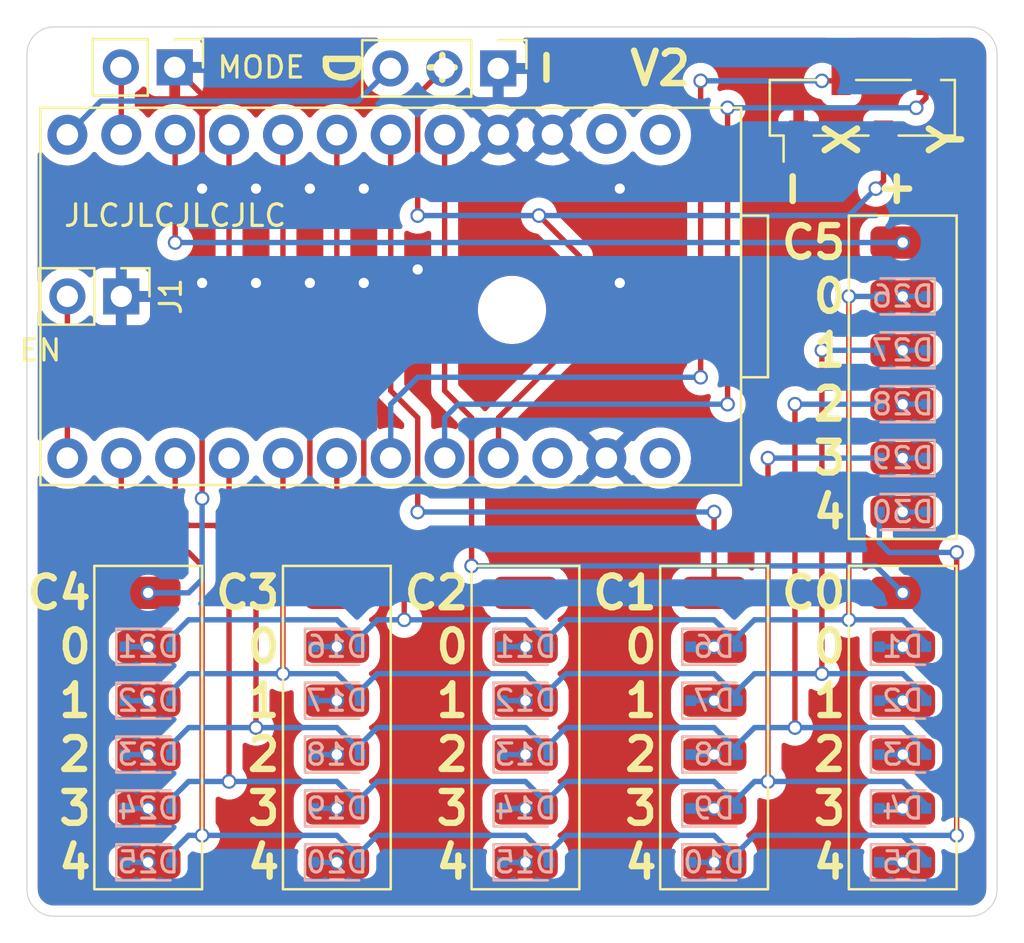
<source format=kicad_pcb>
(kicad_pcb (version 20211014) (generator pcbnew)
  (layers (0 "F.Cu" signal) (31 "B.Cu" signal) (34 "B.Paste" user) (35 "F.Paste" user) (36 "B.SilkS" user "B.Silkscreen") (37 "F.SilkS" user "F.Silkscreen") (38 "B.Mask" user) (39 "F.Mask" user) (44 "Edge.Cuts" user))
  (net 0 "")
  (net 2 "GND")
  (net 4 "VCC")
  (net 5 "/JOYY")
  (net 6 "/JOYX")
  (net 9 "/LED")
  (net 10 "/MODE")
  (net 11 "/EN")
  (net 12 "/ROW4")
  (net 13 "/ROW1")
  (net 14 "/ROW3")
  (net 15 "/ROW2")
  (net 16 "/B20")
  (net 17 "/B19")
  (net 18 "/B18")
  (net 19 "/B17")
  (net 20 "/B16")
  (net 21 "/B15")
  (net 22 "/B14")
  (net 23 "/B13")
  (net 24 "/B12")
  (net 25 "/B11")
  (net 26 "/B10")
  (net 27 "/B9")
  (net 28 "/B8")
  (net 29 "/B7")
  (net 30 "/B6")
  (net 31 "/B1")
  (net 32 "/B2")
  (net 33 "/B3")
  (net 34 "/B4")
  (net 35 "/B5")
  (net 36 "/B25")
  (net 37 "/B24")
  (net 38 "/B23")
  (net 39 "/B22")
  (net 40 "/B21")
  (net 41 "/COL1")
  (net 42 "/COL3")
  (net 43 "/COL2")
  (net 44 "/COL4")
  (net 45 "/COL5")
  (net 46 "/COL0")
  (net 47 "/ROW0")
  (net 48 "/B30")
  (net 49 "/B29")
  (net 50 "/B28")
  (net 51 "/B27")
  (net 52 "/B26")
  (footprint "MountingHole:MountingHole_2.2mm_M2_ISO7380" (layer "F.Cu") (at 25.4 -28.575)
    (fp_text reference "H1")
    (fp_text value "MountingHole")
  )
  (footprint "AndrewLib-Connectors:SMD_PadLine_1x06" (layer "F.Cu") (at 8.255 -8.89 -90)
    (fp_text reference "J9")
    (fp_text value "Conn_01x06")
  )
  (footprint "AndrewLib-Connectors:SMD_PadLine_1x06" (layer "F.Cu") (at 26.035 -8.89 -90)
    (fp_text reference "J7")
    (fp_text value "Conn_01x06")
  )
  (footprint "AndrewLib-Connectors:SMD_PadLine_1x06" (layer "F.Cu") (at 43.815 -8.89 -90)
    (fp_text reference "J5")
    (fp_text value "Conn_01x06")
  )
  (footprint "AndrewLib-Connectors:SMD_PadLine_1x06" (layer "F.Cu") (at 34.925 -8.89 -90)
    (fp_text reference "J6")
    (fp_text value "Conn_01x06")
  )
  (footprint "Connector_PinHeader_2.54mm:PinHeader_1x02_P2.54mm_Vertical" (layer "F.Cu") (at 9.505 -40.005 -90)
    (fp_text reference "J4")
    (fp_text value "Conn_01x02")
  )
  (footprint "Connector_PinHeader_2.54mm:PinHeader_1x02_P2.54mm_Vertical" (layer "F.Cu") (at 6.985 -29.21 -90)
    (fp_text reference "J1")
    (fp_text value "Conn_01x02")
  )
  (footprint "Connector_PinHeader_2.54mm:PinHeader_1x03_P2.54mm_Vertical" (layer "F.Cu") (at 24.75 -39.955 -90)
    (fp_text reference "J3")
    (fp_text value "Conn_01x03")
  )
  (footprint "Connector_PinSocket_2.00mm:PinSocket_1x04_P2.00mm_Vertical_SMD_Pin1Left" (layer "F.Cu") (at 41.91 -38.1 90)
    (fp_text reference "J2")
    (fp_text value "Conn_01x04")
  )
  (footprint "AndrewLib-Modules:Pro-Micro" (layer "F.Cu") (at 19.685 -29.21 -90)
    (fp_text reference "B1")
    (fp_text value "Pro-Micro")
  )
  (footprint "AndrewLib-Connectors:SMD_PadLine_1x06" (layer "F.Cu") (at 17.145 -8.89 -90)
    (fp_text reference "J8")
    (fp_text value "Conn_01x06")
  )
  (footprint "AndrewLib-Connectors:SMD_PadLine_1x06" (layer "F.Cu") (at 43.815 -25.4 -90)
    (fp_text reference "J10")
    (fp_text value "Conn_01x06")
  )
  (footprint "Diode_SMD:D_SOD-323F" (layer "B.Cu") (at 34.925 -12.7)
    (fp_text reference "D6")
    (fp_text value "1N4148")
  )
  (footprint "Diode_SMD:D_SOD-323F" (layer "B.Cu") (at 34.925 -10.16)
    (fp_text reference "D7")
    (fp_text value "1N4148")
  )
  (footprint "Diode_SMD:D_SOD-323F" (layer "B.Cu") (at 34.925 -7.62)
    (fp_text reference "D8")
    (fp_text value "1N4148")
  )
  (footprint "Diode_SMD:D_SOD-323F" (layer "B.Cu") (at 34.925 -5.08)
    (fp_text reference "D9")
    (fp_text value "1N4148")
  )
  (footprint "Diode_SMD:D_SOD-323F" (layer "B.Cu") (at 34.925 -2.54)
    (fp_text reference "D10")
    (fp_text value "1N4148")
  )
  (footprint "Diode_SMD:D_SOD-323F" (layer "B.Cu") (at 26.035 -12.7)
    (fp_text reference "D11")
    (fp_text value "1N4148")
  )
  (footprint "Diode_SMD:D_SOD-323F" (layer "B.Cu") (at 26.035 -10.16)
    (fp_text reference "D12")
    (fp_text value "1N4148")
  )
  (footprint "Diode_SMD:D_SOD-323F" (layer "B.Cu") (at 26.035 -7.62)
    (fp_text reference "D13")
    (fp_text value "1N4148")
  )
  (footprint "Diode_SMD:D_SOD-323F" (layer "B.Cu") (at 26.035 -5.08)
    (fp_text reference "D14")
    (fp_text value "1N4148")
  )
  (footprint "Diode_SMD:D_SOD-323F" (layer "B.Cu") (at 26.035 -2.54)
    (fp_text reference "D15")
    (fp_text value "1N4148")
  )
  (footprint "Diode_SMD:D_SOD-323F" (layer "B.Cu") (at 17.145 -12.7)
    (fp_text reference "D16")
    (fp_text value "1N4148")
  )
  (footprint "Diode_SMD:D_SOD-323F" (layer "B.Cu") (at 17.145 -10.16)
    (fp_text reference "D17")
    (fp_text value "1N4148")
  )
  (footprint "Diode_SMD:D_SOD-323F" (layer "B.Cu") (at 17.145 -7.62)
    (fp_text reference "D18")
    (fp_text value "1N4148")
  )
  (footprint "Diode_SMD:D_SOD-323F" (layer "B.Cu") (at 17.145 -5.08)
    (fp_text reference "D19")
    (fp_text value "1N4148")
  )
  (footprint "Diode_SMD:D_SOD-323F" (layer "B.Cu") (at 17.145 -2.54)
    (fp_text reference "D20")
    (fp_text value "1N4148")
  )
  (footprint "Diode_SMD:D_SOD-323F" (layer "B.Cu") (at 8.255 -12.7)
    (fp_text reference "D21")
    (fp_text value "1N4148")
  )
  (footprint "Diode_SMD:D_SOD-323F" (layer "B.Cu") (at 8.255 -7.62)
    (fp_text reference "D23")
    (fp_text value "1N4148")
  )
  (footprint "Diode_SMD:D_SOD-323F" (layer "B.Cu") (at 8.255 -5.08)
    (fp_text reference "D24")
    (fp_text value "1N4148")
  )
  (footprint "Diode_SMD:D_SOD-323F" (layer "B.Cu") (at 8.255 -2.54)
    (fp_text reference "D25")
    (fp_text value "1N4148")
  )
  (footprint "Diode_SMD:D_SOD-323F" (layer "B.Cu") (at 8.255 -10.16)
    (fp_text reference "D22")
    (fp_text value "1N4148")
  )
  (footprint "Diode_SMD:D_SOD-323F" (layer "B.Cu") (at 43.815 -29.21 180)
    (fp_text reference "D26")
    (fp_text value "1N4148")
  )
  (footprint "Diode_SMD:D_SOD-323F" (layer "B.Cu") (at 43.815 -26.67 180)
    (fp_text reference "D27")
    (fp_text value "1N4148")
  )
  (footprint "Diode_SMD:D_SOD-323F" (layer "B.Cu") (at 43.815 -24.13 180)
    (fp_text reference "D28")
    (fp_text value "1N4148")
  )
  (footprint "Diode_SMD:D_SOD-323F" (layer "B.Cu") (at 43.815 -21.59 180)
    (fp_text reference "D29")
    (fp_text value "1N4148")
  )
  (footprint "Diode_SMD:D_SOD-323F" (layer "B.Cu") (at 43.815 -19.05 180)
    (fp_text reference "D30")
    (fp_text value "1N4148")
  )
  (footprint "Diode_SMD:D_SOD-323F" (layer "B.Cu") (at 43.815 -2.54)
    (fp_text reference "D5")
    (fp_text value "1N4148")
  )
  (footprint "Diode_SMD:D_SOD-323F" (layer "B.Cu") (at 43.815 -10.16)
    (fp_text reference "D2")
    (fp_text value "1N4148")
  )
  (footprint "Diode_SMD:D_SOD-323F" (layer "B.Cu") (at 43.815 -5.08)
    (fp_text reference "D4")
    (fp_text value "1N4148")
  )
  (footprint "Diode_SMD:D_SOD-323F" (layer "B.Cu") (at 43.815 -7.62)
    (fp_text reference "D3")
    (fp_text value "1N4148")
  )
  (footprint "Diode_SMD:D_SOD-323F" (layer "B.Cu") (at 43.815 -12.7)
    (fp_text reference "D1")
    (fp_text value "1N4148")
  )
  (gr_line (start 2.54 -1.27) (end 2.54 -40.64) (layer "Edge.Cuts") (width 0.0508))
  (gr_arc (start 3.81 0) (mid 2.911974 -0.371974) (end 2.54 -1.27) (layer "Edge.Cuts") (width 0.0508))
  (gr_line (start 3.81 -41.91) (end 46.99 -41.91) (layer "Edge.Cuts") (width 0.0508))
  (gr_arc (start 2.54 -40.64) (mid 2.911974 -41.538026) (end 3.81 -41.91) (layer "Edge.Cuts") (width 0.0508))
  (gr_arc (start 46.99 -41.91) (mid 47.888026 -41.538026) (end 48.26 -40.64) (layer "Edge.Cuts") (width 0.0508))
  (gr_line (start 46.99 0) (end 3.81 0) (layer "Edge.Cuts") (width 0.0508))
  (gr_arc (start 48.26 -1.27) (mid 47.888026 -0.371974) (end 46.99 0) (layer "Edge.Cuts") (width 0.0508))
  (gr_line (start 48.26 -40.64) (end 48.26 -1.27) (layer "Edge.Cuts") (width 0.0508))
  (gr_text "EN" (at 3.175 -26.67) (layer "F.SilkS") (effects (font (size 1 1))))
  (gr_text "0" (at 41.275 -12.7) (layer "F.SilkS") (effects (font (size 1.5 1.5) (thickness 0.3)) (justify right)))
  (gr_text "0" (at 14.605 -12.7) (layer "F.SilkS") (effects (font (size 1.5 1.5) (thickness 0.3)) (justify right)))
  (gr_text "2" (at 14.605 -7.62) (layer "F.SilkS") (effects (font (size 1.5 1.5) (thickness 0.3)) (justify right)))
  (gr_text "C1" (at 32.385 -15.24) (layer "F.SilkS") (effects (font (size 1.5 1.5) (thickness 0.3)) (justify right)))
  (gr_text "-\n\n+\n\nD" (at 22.225 -40.005 270) (layer "F.SilkS") (effects (font (size 1.524 1.524) (thickness 0.3048))))
  (gr_text "2" (at 41.275 -7.62) (layer "F.SilkS") (effects (font (size 1.5 1.5) (thickness 0.3)) (justify right)))
  (gr_text "4" (at 23.495 -2.54) (layer "F.SilkS") (effects (font (size 1.5 1.5) (thickness 0.3)) (justify right)))
  (gr_text "C5" (at 41.275 -31.75) (layer "F.SilkS") (effects (font (size 1.5 1.5) (thickness 0.3)) (justify right)))
  (gr_text "1" (at 32.385 -10.16) (layer "F.SilkS") (effects (font (size 1.5 1.5) (thickness 0.3)) (justify right)))
  (gr_text "3" (at 32.385 -5.08) (layer "F.SilkS") (effects (font (size 1.5 1.5) (thickness 0.3)) (justify right)))
  (gr_text "2" (at 32.385 -7.62) (layer "F.SilkS") (effects (font (size 1.5 1.5) (thickness 0.3)) (justify right)))
  (gr_text "1" (at 14.605 -10.16) (layer "F.SilkS") (effects (font (size 1.5 1.5) (thickness 0.3)) (justify right)))
  (gr_text "1" (at 41.275 -10.16) (layer "F.SilkS") (effects (font (size 1.5 1.5) (thickness 0.3)) (justify right)))
  (gr_text "C2" (at 23.495 -15.24) (layer "F.SilkS") (effects (font (size 1.5 1.5) (thickness 0.3)) (justify right)))
  (gr_text "2" (at 23.495 -7.62) (layer "F.SilkS") (effects (font (size 1.5 1.5) (thickness 0.3)) (justify right)))
  (gr_text "3" (at 23.495 -5.08) (layer "F.SilkS") (effects (font (size 1.5 1.5) (thickness 0.3)) (justify right)))
  (gr_text "2" (at 5.715 -7.62) (layer "F.SilkS") (effects (font (size 1.5 1.5) (thickness 0.3)) (justify right)))
  (gr_text "C0" (at 41.275 -15.24) (layer "F.SilkS") (effects (font (size 1.5 1.5) (thickness 0.3)) (justify right)))
  (gr_text "3" (at 5.715 -5.08) (layer "F.SilkS") (effects (font (size 1.5 1.5) (thickness 0.3)) (justify right)))
  (gr_text "V2" (at 32.385 -39.955) (layer "F.SilkS") (effects (font (size 1.524 1.524) (thickness 0.3048))))
  (gr_text "4" (at 5.715 -2.54) (layer "F.SilkS") (effects (font (size 1.5 1.5) (thickness 0.3)) (justify right)))
  (gr_text "3" (at 41.275 -5.08) (layer "F.SilkS") (effects (font (size 1.5 1.5) (thickness 0.3)) (justify right)))
  (gr_text "0" (at 32.385 -12.7) (layer "F.SilkS") (effects (font (size 1.5 1.5) (thickness 0.3)) (justify right)))
  (gr_text "0" (at 5.715 -12.7) (layer "F.SilkS") (effects (font (size 1.5 1.5) (thickness 0.3)) (justify right)))
  (gr_text "1" (at 5.715 -10.16) (layer "F.SilkS") (effects (font (size 1.5 1.5) (thickness 0.3)) (justify right)))
  (gr_text "2" (at 41.275 -24.13) (layer "F.SilkS") (effects (font (size 1.5 1.5) (thickness 0.3)) (justify right)))
  (gr_text "MODE" (at 11.43 -40.005) (layer "F.SilkS") (effects (font (size 1 1)) (justify left)))
  (gr_text "4" (at 41.275 -19.05) (layer "F.SilkS") (effects (font (size 1.5 1.5) (thickness 0.3)) (justify right)))
  (gr_text "1" (at 23.495 -10.16) (layer "F.SilkS") (effects (font (size 1.5 1.5) (thickness 0.3)) (justify right)))
  (gr_text "-\n    X\n+\n    Y" (at 42.199992 -34.29 90) (layer "F.SilkS") (effects (font (size 1.524 1.524) (thickness 0.3048))))
  (gr_text "C4" (at 5.715 -15.24) (layer "F.SilkS") (effects (font (size 1.5 1.5) (thickness 0.3)) (justify right)))
  (gr_text "C3" (at 14.605 -15.24) (layer "F.SilkS") (effects (font (size 1.5 1.5) (thickness 0.3)) (justify right)))
  (gr_text "JLCJLCJLCJLC" (at 9.525 -33.02) (layer "F.SilkS") (effects (font (size 1.016 1.016) (thickness 0.1524))))
  (gr_text "0" (at 41.275 -29.21) (layer "F.SilkS") (effects (font (size 1.5 1.5) (thickness 0.3)) (justify right)))
  (gr_text "3" (at 14.605 -5.08) (layer "F.SilkS") (effects (font (size 1.5 1.5) (thickness 0.3)) (justify right)))
  (gr_text "4" (at 14.605 -2.54) (layer "F.SilkS") (effects (font (size 1.5 1.5) (thickness 0.3)) (justify right)))
  (gr_text "3" (at 41.275 -21.59) (layer "F.SilkS") (effects (font (size 1.5 1.5) (thickness 0.3)) (justify right)))
  (gr_text "1" (at 41.275 -26.67) (layer "F.SilkS") (effects (font (size 1.5 1.5) (thickness 0.3)) (justify right)))
  (gr_text "0" (at 23.495 -12.7) (layer "F.SilkS") (effects (font (size 1.5 1.5) (thickness 0.3)) (justify right)))
  (gr_text "4" (at 41.275 -2.54) (layer "F.SilkS") (effects (font (size 1.5 1.5) (thickness 0.3)) (justify right)))
  (gr_text "4" (at 32.385 -2.54) (layer "F.SilkS") (effects (font (size 1.5 1.5) (thickness 0.3)) (justify right)))
  (segment (start 10.795 -38.715) (end 10.795 -34.29) (width 0.254) (layer "F.Cu") (net 2))
  (segment (start 9.505 -40.005) (end 10.795 -38.715) (width 0.254) (layer "F.Cu") (net 2))
  (via (at 20.955 -30.48) (size 0.6858) (drill 0.4826) (layers "F.Cu" "B.Cu") (net 2))
  (via (at 15.875 -34.29) (size 0.6858) (drill 0.4826) (layers "F.Cu" "B.Cu") (net 2))
  (via (at 10.795 -29.845) (size 0.6858) (drill 0.4826) (layers "F.Cu" "B.Cu") (net 2))
  (via (at 15.875 -29.845) (size 0.6858) (drill 0.4826) (layers "F.Cu" "B.Cu") (net 2))
  (via (at 18.415 -34.29) (size 0.6858) (drill 0.4826) (layers "F.Cu" "B.Cu") (net 2))
  (via (at 30.48 -34.29) (size 0.6858) (drill 0.4826) (layers "F.Cu" "B.Cu") (net 2))
  (via (at 10.795 -34.29) (size 0.6858) (drill 0.4826) (layers "F.Cu" "B.Cu") (net 2))
  (via (at 18.415 -29.845) (size 0.6858) (drill 0.4826) (layers "F.Cu" "B.Cu") (net 2))
  (via (at 13.335 -34.29) (size 0.6858) (drill 0.4826) (layers "F.Cu" "B.Cu") (net 2))
  (via (at 30.48 -29.845) (size 0.6858) (drill 0.4826) (layers "F.Cu" "B.Cu") (net 2))
  (via (at 13.335 -29.845) (size 0.6858) (drill 0.4826) (layers "F.Cu" "B.Cu") (net 2))
  (segment (start 20.955 -33.02) (end 20.955 -38.7) (width 0.254) (layer "F.Cu") (net 4))
  (segment (start 28.575 -31.115) (end 28.575 -27.305) (width 0.254) (layer "F.Cu") (net 4))
  (segment (start 24.765 -23.495) (end 24.765 -21.59) (width 0.254) (layer "F.Cu") (net 4))
  (segment (start 28.575 -27.305) (end 24.765 -23.495) (width 0.254) (layer "F.Cu") (net 4))
  (segment (start 42.91 -36.5) (end 42.91 -34.655) (width 0.254) (layer "F.Cu") (net 4))
  (segment (start 26.67 -33.02) (end 28.575 -31.115) (width 0.254) (layer "F.Cu") (net 4))
  (segment (start 20.955 -38.7) (end 22.21 -39.955) (width 0.254) (layer "F.Cu") (net 4))
  (segment (start 42.91 -34.655) (end 42.545 -34.29) (width 0.254) (layer "F.Cu") (net 4))
  (via (at 20.955 -33.02) (size 0.6858) (drill 0.4826) (layers "F.Cu" "B.Cu") (net 4))
  (via (at 26.67 -33.02) (size 0.6858) (drill 0.4826) (layers "F.Cu" "B.Cu") (net 4))
  (via (at 42.545 -34.29) (size 0.6858) (drill 0.4826) (layers "F.Cu" "B.Cu") (net 4))
  (segment (start 41.275 -33.02) (end 42.545 -34.29) (width 0.254) (layer "B.Cu") (net 4))
  (segment (start 26.67 -33.02) (end 20.955 -33.02) (width 0.254) (layer "B.Cu") (net 4))
  (segment (start 26.67 -33.02) (end 42.545 -33.02) (width 0.254) (layer "B.Cu") (net 4))
  (segment (start 44.91 -38.56) (end 44.45 -38.1) (width 0.254) (layer "F.Cu") (net 5))
  (segment (start 44.91 -39.7) (end 44.91 -38.56) (width 0.254) (layer "F.Cu") (net 5))
  (segment (start 35.56 -24.13) (end 35.56 -38.1) (width 0.254) (layer "F.Cu") (net 5))
  (via (at 35.56 -24.13) (size 0.6858) (drill 0.4826) (layers "F.Cu" "B.Cu") (net 5))
  (via (at 35.56 -38.1) (size 0.6858) (drill 0.4826) (layers "F.Cu" "B.Cu") (net 5))
  (via (at 44.45 -38.1) (size 0.6858) (drill 0.4826) (layers "F.Cu" "B.Cu") (net 5))
  (segment (start 22.86 -24.13) (end 35.56 -24.13) (width 0.254) (layer "B.Cu") (net 5))
  (segment (start 22.225 -21.59) (end 22.225 -23.495) (width 0.254) (layer "B.Cu") (net 5))
  (segment (start 35.56 -38.1) (end 44.45 -38.1) (width 0.254) (layer "B.Cu") (net 5))
  (segment (start 22.225 -23.495) (end 22.86 -24.13) (width 0.254) (layer "B.Cu") (net 5))
  (segment (start 40.58 -39.37) (end 40.91 -39.7) (width 0.254) (layer "F.Cu") (net 6))
  (segment (start 40.005 -39.37) (end 40.58 -39.37) (width 0.254) (layer "F.Cu") (net 6))
  (segment (start 34.29 -25.4) (end 34.29 -39.37) (width 0.254) (layer "F.Cu") (net 6))
  (via (at 34.29 -39.37) (size 0.6858) (drill 0.4826) (layers "F.Cu" "B.Cu") (net 6))
  (via (at 40.005 -39.37) (size 0.6858) (drill 0.4826) (layers "F.Cu" "B.Cu") (net 6))
  (via (at 34.29 -25.4) (size 0.6858) (drill 0.4826) (layers "F.Cu" "B.Cu") (net 6))
  (segment (start 19.685 -24.13) (end 20.955 -25.4) (width 0.254) (layer "B.Cu") (net 6))
  (segment (start 20.955 -25.4) (end 34.29 -25.4) (width 0.254) (layer "B.Cu") (net 6))
  (segment (start 19.685 -21.59) (end 19.685 -24.13) (width 0.254) (layer "B.Cu") (net 6))
  (segment (start 34.29 -39.37) (end 40.005 -39.37) (width 0.254) (layer "B.Cu") (net 6))
  (segment (start 4.445 -36.83) (end 6.0325 -38.4175) (width 0.254) (layer "B.Cu") (net 9))
  (segment (start 6.0325 -38.4175) (end 18.1325 -38.4175) (width 0.254) (layer "B.Cu") (net 9))
  (segment (start 18.1325 -38.4175) (end 19.67 -39.955) (width 0.254) (layer "B.Cu") (net 9))
  (segment (start 6.985 -36.83) (end 6.985 -39.985) (width 0.254) (layer "F.Cu") (net 10))
  (segment (start 6.985 -39.985) (end 6.965 -40.005) (width 0.254) (layer "F.Cu") (net 10))
  (segment (start 4.445 -29.21) (end 4.445 -21.59) (width 0.254) (layer "F.Cu") (net 11))
  (segment (start 10.16 -17.145) (end 7.62 -17.145) (width 0.254) (layer "F.Cu") (net 12))
  (segment (start 10.795 -16.51) (end 10.16 -17.145) (width 0.254) (layer "F.Cu") (net 12))
  (segment (start 6.985 -17.78) (end 6.985 -21.59) (width 0.254) (layer "F.Cu") (net 12))
  (segment (start 46.355 -3.81) (end 46.355 -17.145) (width 0.254) (layer "F.Cu") (net 12))
  (segment (start 7.62 -17.145) (end 6.985 -17.78) (width 0.254) (layer "F.Cu") (net 12))
  (segment (start 10.795 -3.81) (end 10.795 -16.51) (width 0.254) (layer "F.Cu") (net 12))
  (via (at 46.355 -17.145) (size 0.6858) (drill 0.4826) (layers "F.Cu" "B.Cu") (net 12))
  (via (at 10.795 -3.81) (size 0.6858) (drill 0.4826) (layers "F.Cu" "B.Cu") (net 12))
  (via (at 46.355 -3.81) (size 0.6858) (drill 0.4826) (layers "F.Cu" "B.Cu") (net 12))
  (segment (start 43.815 -3.81) (end 46.355 -3.81) (width 0.254) (layer "B.Cu") (net 12))
  (segment (start 36.025 -2.54) (end 36.025 -3.005) (width 0.254) (layer "B.Cu") (net 12))
  (segment (start 34.925 -3.81) (end 27.94 -3.81) (width 0.254) (layer "B.Cu") (net 12))
  (segment (start 42.715 -17.61) (end 42.715 -19.05) (width 0.254) (layer "B.Cu") (net 12))
  (segment (start 26.035 -3.81) (end 19.05 -3.81) (width 0.254) (layer "B.Cu") (net 12))
  (segment (start 27.135 -2.54) (end 27.135 -2.71) (width 0.254) (layer "B.Cu") (net 12))
  (segment (start 27.135 -2.71) (end 26.035 -3.81) (width 0.254) (layer "B.Cu") (net 12))
  (segment (start 46.355 -17.145) (end 43.18 -17.145) (width 0.254) (layer "B.Cu") (net 12))
  (segment (start 18.245 -2.54) (end 18.245 -2.71) (width 0.254) (layer "B.Cu") (net 12))
  (segment (start 18.245 -2.71) (end 17.145 -3.81) (width 0.254) (layer "B.Cu") (net 12))
  (segment (start 38.735 -3.81) (end 36.83 -3.81) (width 0.254) (layer "B.Cu") (net 12))
  (segment (start 43.815 -3.81) (end 38.735 -3.81) (width 0.254) (layer "B.Cu") (net 12))
  (segment (start 43.18 -17.145) (end 42.715 -17.61) (width 0.254) (layer "B.Cu") (net 12))
  (segment (start 9.355 -3.005) (end 10.16 -3.81) (width 0.254) (layer "B.Cu") (net 12))
  (segment (start 18.245 -2.54) (end 18.245 -3.005) (width 0.254) (layer "B.Cu") (net 12))
  (segment (start 36.025 -3.005) (end 36.83 -3.81) (width 0.254) (layer "B.Cu") (net 12))
  (segment (start 10.795 -3.81) (end 10.16 -3.81) (width 0.254) (layer "B.Cu") (net 12))
  (segment (start 44.915 -2.54) (end 44.915 -2.71) (width 0.254) (layer "B.Cu") (net 12))
  (segment (start 17.145 -3.81) (end 10.795 -3.81) (width 0.254) (layer "B.Cu") (net 12))
  (segment (start 44.915 -2.71) (end 43.815 -3.81) (width 0.254) (layer "B.Cu") (net 12))
  (segment (start 18.245 -3.005) (end 19.05 -3.81) (width 0.254) (layer "B.Cu") (net 12))
  (segment (start 36.025 -2.71) (end 34.925 -3.81) (width 0.254) (layer "B.Cu") (net 12))
  (segment (start 9.355 -2.54) (end 9.355 -3.005) (width 0.254) (layer "B.Cu") (net 12))
  (segment (start 27.135 -2.54) (end 27.135 -3.005) (width 0.254) (layer "B.Cu") (net 12))
  (segment (start 36.025 -2.54) (end 36.025 -2.71) (width 0.254) (layer "B.Cu") (net 12))
  (segment (start 27.135 -3.005) (end 27.94 -3.81) (width 0.254) (layer "B.Cu") (net 12))
  (segment (start 40.005 -11.43) (end 40.005 -26.67) (width 0.254) (layer "F.Cu") (net 13))
  (segment (start 14.605 -11.43) (end 14.605 -21.59) (width 0.254) (layer "F.Cu") (net 13))
  (via (at 40.005 -26.67) (size 0.6858) (drill 0.4826) (layers "F.Cu" "B.Cu") (net 13))
  (via (at 40.005 -11.43) (size 0.6858) (drill 0.4826) (layers "F.Cu" "B.Cu") (net 13))
  (via (at 14.605 -11.43) (size 0.6858) (drill 0.4826) (layers "F.Cu" "B.Cu") (net 13))
  (segment (start 27.135 -10.16) (end 27.135 -10.33) (width 0.254) (layer "B.Cu") (net 13))
  (segment (start 40.005 -11.43) (end 36.83 -11.43) (width 0.254) (layer "B.Cu") (net 13))
  (segment (start 36.83 -11.43) (end 36.025 -10.625) (width 0.254) (layer "B.Cu") (net 13))
  (segment (start 17.145 -11.43) (end 14.605 -11.43) (width 0.254) (layer "B.Cu") (net 13))
  (segment (start 36.025 -10.33) (end 34.925 -11.43) (width 0.254) (layer "B.Cu") (net 13))
  (segment (start 9.355 -10.16) (end 9.355 -10.625) (width 0.254) (layer "B.Cu") (net 13))
  (segment (start 43.815 -11.43) (end 44.915 -10.33) (width 0.254) (layer "B.Cu") (net 13))
  (segment (start 18.245 -10.625) (end 19.05 -11.43) (width 0.254) (layer "B.Cu") (net 13))
  (segment (start 27.135 -10.16) (end 27.135 -10.625) (width 0.254) (layer "B.Cu") (net 13))
  (segment (start 36.025 -10.16) (end 36.025 -10.33) (width 0.254) (layer "B.Cu") (net 13))
  (segment (start 27.135 -10.33) (end 26.035 -11.43) (width 0.254) (layer "B.Cu") (net 13))
  (segment (start 18.245 -10.16) (end 18.245 -10.33) (width 0.254) (layer "B.Cu") (net 13))
  (segment (start 40.005 -11.43) (end 43.815 -11.43) (width 0.254) (layer "B.Cu") (net 13))
  (segment (start 14.605 -11.43) (end 10.16 -11.43) (width 0.254) (layer "B.Cu") (net 13))
  (segment (start 36.025 -10.625) (end 36.025 -10.16) (width 0.254) (layer "B.Cu") (net 13))
  (segment (start 34.925 -11.43) (end 27.94 -11.43) (width 0.254) (layer "B.Cu") (net 13))
  (segment (start 40.005 -26.67) (end 42.715 -26.67) (width 0.254) (layer "B.Cu") (net 13))
  (segment (start 9.355 -10.625) (end 10.16 -11.43) (width 0.254) (layer "B.Cu") (net 13))
  (segment (start 27.135 -10.625) (end 27.94 -11.43) (width 0.254) (layer "B.Cu") (net 13))
  (segment (start 18.245 -10.33) (end 17.145 -11.43) (width 0.254) (layer "B.Cu") (net 13))
  (segment (start 18.245 -10.16) (end 18.245 -10.625) (width 0.254) (layer "B.Cu") (net 13))
  (segment (start 44.915 -10.33) (end 44.915 -10.16) (width 0.254) (layer "B.Cu") (net 13))
  (segment (start 26.035 -11.43) (end 19.05 -11.43) (width 0.254) (layer "B.Cu") (net 13))
  (segment (start 37.465 -6.35) (end 37.465 -21.59) (width 0.254) (layer "F.Cu") (net 14))
  (segment (start 12.065 -17.78) (end 11.43 -18.415) (width 0.254) (layer "F.Cu") (net 14))
  (segment (start 10.16 -18.415) (end 9.525 -19.05) (width 0.254) (layer "F.Cu") (net 14))
  (segment (start 9.525 -19.05) (end 9.525 -21.59) (width 0.254) (layer "F.Cu") (net 14))
  (segment (start 12.065 -6.35) (end 12.065 -17.78) (width 0.254) (layer "F.Cu") (net 14))
  (segment (start 11.43 -18.415) (end 10.16 -18.415) (width 0.254) (layer "F.Cu") (net 14))
  (via (at 12.065 -6.35) (size 0.6858) (drill 0.4826) (layers "F.Cu" "B.Cu") (net 14))
  (via (at 37.465 -21.59) (size 0.6858) (drill 0.4826) (layers "F.Cu" "B.Cu") (net 14))
  (via (at 37.465 -6.35) (size 0.6858) (drill 0.4826) (layers "F.Cu" "B.Cu") (net 14))
  (segment (start 43.815 -6.35) (end 44.915 -5.25) (width 0.254) (layer "B.Cu") (net 14))
  (segment (start 37.465 -6.35) (end 36.83 -6.35) (width 0.254) (layer "B.Cu") (net 14))
  (segment (start 12.065 -6.35) (end 10.16 -6.35) (width 0.254) (layer "B.Cu") (net 14))
  (segment (start 36.025 -5.545) (end 36.025 -5.08) (width 0.254) (layer "B.Cu") (net 14))
  (segment (start 37.465 -6.35) (end 43.815 -6.35) (width 0.254) (layer "B.Cu") (net 14))
  (segment (start 9.355 -5.08) (end 9.355 -5.545) (width 0.254) (layer "B.Cu") (net 14))
  (segment (start 17.145 -6.35) (end 12.065 -6.35) (width 0.254) (layer "B.Cu") (net 14))
  (segment (start 36.025 -5.25) (end 34.925 -6.35) (width 0.254) (layer "B.Cu") (net 14))
  (segment (start 37.465 -21.59) (end 42.715 -21.59) (width 0.254) (layer "B.Cu") (net 14))
  (segment (start 18.245 -5.25) (end 17.145 -6.35) (width 0.254) (layer "B.Cu") (net 14))
  (segment (start 34.925 -6.35) (end 27.94 -6.35) (width 0.254) (layer "B.Cu") (net 14))
  (segment (start 26.035 -6.35) (end 19.05 -6.35) (width 0.254) (layer "B.Cu") (net 14))
  (segment (start 18.245 -5.08) (end 18.245 -5.25) (width 0.254) (layer "B.Cu") (net 14))
  (segment (start 18.245 -5.08) (end 18.245 -5.545) (width 0.254) (layer "B.Cu") (net 14))
  (segment (start 27.135 -5.08) (end 27.135 -5.25) (width 0.254) (layer "B.Cu") (net 14))
  (segment (start 9.355 -5.545) (end 10.16 -6.35) (width 0.254) (layer "B.Cu") (net 14))
  (segment (start 27.135 -5.545) (end 27.94 -6.35) (width 0.254) (layer "B.Cu") (net 14))
  (segment (start 36.025 -5.08) (end 36.025 -5.25) (width 0.254) (layer "B.Cu") (net 14))
  (segment (start 18.245 -5.545) (end 19.05 -6.35) (width 0.254) (layer "B.Cu") (net 14))
  (segment (start 36.83 -6.35) (end 36.025 -5.545) (width 0.254) (layer "B.Cu") (net 14))
  (segment (start 27.135 -5.08) (end 27.135 -5.545) (width 0.254) (layer "B.Cu") (net 14))
  (segment (start 27.135 -5.25) (end 26.035 -6.35) (width 0.254) (layer "B.Cu") (net 14))
  (segment (start 44.915 -5.25) (end 44.915 -5.08) (width 0.254) (layer "B.Cu") (net 14))
  (segment (start 38.735 -8.89) (end 38.735 -24.13) (width 0.254) (layer "F.Cu") (net 15))
  (segment (start 13.335 -18.415) (end 12.065 -19.685) (width 0.254) (layer "F.Cu") (net 15))
  (segment (start 12.065 -19.685) (end 12.065 -21.59) (width 0.254) (layer "F.Cu") (net 15))
  (segment (start 13.335 -8.89) (end 13.335 -18.415) (width 0.254) (layer "F.Cu") (net 15))
  (via (at 13.335 -8.89) (size 0.6858) (drill 0.4826) (layers "F.Cu" "B.Cu") (net 15))
  (via (at 38.735 -24.13) (size 0.6858) (drill 0.4826) (layers "F.Cu" "B.Cu") (net 15))
  (via (at 38.735 -8.89) (size 0.6858) (drill 0.4826) (layers "F.Cu" "B.Cu") (net 15))
  (segment (start 27.135 -7.79) (end 26.035 -8.89) (width 0.254) (layer "B.Cu") (net 15))
  (segment (start 18.245 -7.79) (end 17.145 -8.89) (width 0.254) (layer "B.Cu") (net 15))
  (segment (start 38.735 -8.89) (end 43.815 -8.89) (width 0.254) (layer "B.Cu") (net 15))
  (segment (start 27.135 -7.62) (end 27.135 -7.79) (width 0.254) (layer "B.Cu") (net 15))
  (segment (start 36.83 -8.89) (end 36.025 -8.085) (width 0.254) (layer "B.Cu") (net 15))
  (segment (start 27.135 -8.085) (end 27.94 -8.89) (width 0.254) (layer "B.Cu") (net 15))
  (segment (start 38.735 -8.89) (end 36.83 -8.89) (width 0.254) (layer "B.Cu") (net 15))
  (segment (start 26.035 -8.89) (end 19.05 -8.89) (width 0.254) (layer "B.Cu") (net 15))
  (segment (start 36.025 -7.62) (end 36.025 -7.79) (width 0.254) (layer "B.Cu") (net 15))
  (segment (start 43.815 -8.89) (end 44.915 -7.79) (width 0.254) (layer "B.Cu") (net 15))
  (segment (start 18.245 -7.62) (end 18.245 -8.085) (width 0.254) (layer "B.Cu") (net 15))
  (segment (start 27.135 -7.62) (end 27.135 -8.085) (width 0.254) (layer "B.Cu") (net 15))
  (segment (start 34.925 -8.89) (end 27.94 -8.89) (width 0.254) (layer "B.Cu") (net 15))
  (segment (start 36.025 -7.79) (end 34.925 -8.89) (width 0.254) (layer "B.Cu") (net 15))
  (segment (start 18.245 -7.62) (end 18.245 -7.79) (width 0.254) (layer "B.Cu") (net 15))
  (segment (start 18.245 -8.085) (end 19.05 -8.89) (width 0.254) (layer "B.Cu") (net 15))
  (segment (start 38.735 -24.13) (end 42.715 -24.13) (width 0.254) (layer "B.Cu") (net 15))
  (segment (start 17.145 -8.89) (end 13.335 -8.89) (width 0.254) (layer "B.Cu") (net 15))
  (segment (start 13.335 -8.89) (end 10.16 -8.89) (width 0.254) (layer "B.Cu") (net 15))
  (segment (start 9.355 -8.085) (end 10.16 -8.89) (width 0.254) (layer "B.Cu") (net 15))
  (segment (start 9.355 -7.62) (end 9.355 -8.085) (width 0.254) (layer "B.Cu") (net 15))
  (segment (start 44.915 -7.79) (end 44.915 -7.62) (width 0.254) (layer "B.Cu") (net 15))
  (segment (start 36.025 -8.085) (end 36.025 -7.62) (width 0.254) (layer "B.Cu") (net 15))
  (via (at 43.815 -12.7) (size 0.6858) (drill 0.4826) (layers "F.Cu" "B.Cu") (net 16))
  (segment (start 42.715 -12.7) (end 43.815 -12.7) (width 0.254) (layer "B.Cu") (net 16))
  (via (at 43.815 -10.16) (size 0.6858) (drill 0.4826) (layers "F.Cu" "B.Cu") (net 17))
  (segment (start 42.715 -10.16) (end 43.815 -10.16) (width 0.254) (layer "B.Cu") (net 17))
  (via (at 43.815 -7.62) (size 0.6858) (drill 0.4826) (layers "F.Cu" "B.Cu") (net 18))
  (segment (start 42.715 -7.62) (end 43.815 -7.62) (width 0.254) (layer "B.Cu") (net 18))
  (via (at 43.815 -5.08) (size 0.6858) (drill 0.4826) (layers "F.Cu" "B.Cu") (net 19))
  (segment (start 42.715 -5.08) (end 43.815 -5.08) (width 0.254) (layer "B.Cu") (net 19))
  (via (at 43.815 -2.54) (size 0.6858) (drill 0.4826) (layers "F.Cu" "B.Cu") (net 20))
  (segment (start 42.715 -2.54) (end 43.815 -2.54) (width 0.254) (layer "B.Cu") (net 20))
  (via (at 34.925 -12.7) (size 0.6858) (drill 0.4826) (layers "F.Cu" "B.Cu") (net 21))
  (segment (start 33.825 -12.7) (end 34.925 -12.7) (width 0.254) (layer "B.Cu") (net 21))
  (via (at 34.925 -10.16) (size 0.6858) (drill 0.4826) (layers "F.Cu" "B.Cu") (net 22))
  (segment (start 33.825 -10.16) (end 34.925 -10.16) (width 0.254) (layer "B.Cu") (net 22))
  (via (at 34.925 -7.62) (size 0.6858) (drill 0.4826) (layers "F.Cu" "B.Cu") (net 23))
  (segment (start 33.825 -7.62) (end 34.925 -7.62) (width 0.254) (layer "B.Cu") (net 23))
  (via (at 34.925 -5.08) (size 0.6858) (drill 0.4826) (layers "F.Cu" "B.Cu") (net 24))
  (segment (start 33.825 -5.08) (end 34.925 -5.08) (width 0.254) (layer "B.Cu") (net 24))
  (via (at 34.925 -2.54) (size 0.6858) (drill 0.4826) (layers "F.Cu" "B.Cu") (net 25))
  (segment (start 33.825 -2.54) (end 34.925 -2.54) (width 0.254) (layer "B.Cu") (net 25))
  (via (at 26.035 -12.7) (size 0.6858) (drill 0.4826) (layers "F.Cu" "B.Cu") (net 26))
  (segment (start 24.935 -12.7) (end 26.035 -12.7) (width 0.254) (layer "B.Cu") (net 26))
  (via (at 26.035 -10.16) (size 0.6858) (drill 0.4826) (layers "F.Cu" "B.Cu") (net 27))
  (segment (start 24.935 -10.16) (end 26.035 -10.16) (width 0.254) (layer "B.Cu") (net 27))
  (via (at 26.035 -7.62) (size 0.6858) (drill 0.4826) (layers "F.Cu" "B.Cu") (net 28))
  (segment (start 24.935 -7.62) (end 26.035 -7.62) (width 0.254) (layer "B.Cu") (net 28))
  (via (at 26.035 -5.08) (size 0.6858) (drill 0.4826) (layers "F.Cu" "B.Cu") (net 29))
  (segment (start 24.935 -5.08) (end 26.035 -5.08) (width 0.254) (layer "B.Cu") (net 29))
  (via (at 26.035 -2.54) (size 0.6858) (drill 0.4826) (layers "F.Cu" "B.Cu") (net 30))
  (segment (start 24.935 -2.54) (end 26.035 -2.54) (width 0.254) (layer "B.Cu") (net 30))
  (via (at 17.145 -12.7) (size 0.6858) (drill 0.4826) (layers "F.Cu" "B.Cu") (net 31))
  (segment (start 16.045 -12.7) (end 17.145 -12.7) (width 0.254) (layer "B.Cu") (net 31))
  (via (at 17.145 -10.16) (size 0.6858) (drill 0.4826) (layers "F.Cu" "B.Cu") (net 32))
  (via (at 17.145 -10.16) (size 0.6858) (drill 0.4826) (layers "F.Cu" "B.Cu") (net 32))
  (segment (start 16.045 -10.16) (end 17.145 -10.16) (width 0.254) (layer "B.Cu") (net 32))
  (via (at 17.145 -7.62) (size 0.6858) (drill 0.4826) (layers "F.Cu" "B.Cu") (net 33))
  (via (at 17.145 -7.62) (size 0.6858) (drill 0.4826) (layers "F.Cu" "B.Cu") (net 33))
  (segment (start 16.045 -7.62) (end 17.145 -7.62) (width 0.254) (layer "B.Cu") (net 33))
  (via (at 17.145 -5.08) (size 0.6858) (drill 0.4826) (layers "F.Cu" "B.Cu") (net 34))
  (via (at 17.145 -5.08) (size 0.6858) (drill 0.4826) (layers "F.Cu" "B.Cu") (net 34))
  (segment (start 16.045 -5.08) (end 17.145 -5.08) (width 0.254) (layer "B.Cu") (net 34))
  (via (at 17.145 -2.54) (size 0.6858) (drill 0.4826) (layers "F.Cu" "B.Cu") (net 35))
  (via (at 17.145 -2.54) (size 0.6858) (drill 0.4826) (layers "F.Cu" "B.Cu") (net 35))
  (segment (start 16.045 -2.54) (end 17.145 -2.54) (width 0.254) (layer "B.Cu") (net 35))
  (via (at 8.255 -12.7) (size 0.6858) (drill 0.4826) (layers "F.Cu" "B.Cu") (net 36))
  (segment (start 7.155 -12.7) (end 8.255 -12.7) (width 0.254) (layer "B.Cu") (net 36))
  (via (at 8.255 -10.16) (size 0.6858) (drill 0.4826) (layers "F.Cu" "B.Cu") (net 37))
  (segment (start 7.155 -10.16) (end 8.255 -10.16) (width 0.254) (layer "B.Cu") (net 37))
  (via (at 8.255 -7.62) (size 0.6858) (drill 0.4826) (layers "F.Cu" "B.Cu") (net 38))
  (segment (start 7.155 -7.62) (end 8.255 -7.62) (width 0.254) (layer "B.Cu") (net 38))
  (via (at 8.255 -5.08) (size 0.6858) (drill 0.4826) (layers "F.Cu" "B.Cu") (net 39))
  (segment (start 7.155 -5.08) (end 8.255 -5.08) (width 0.254) (layer "B.Cu") (net 39))
  (via (at 8.255 -2.54) (size 0.6858) (drill 0.4826) (layers "F.Cu" "B.Cu") (net 40))
  (segment (start 7.155 -2.54) (end 8.255 -2.54) (width 0.254) (layer "B.Cu") (net 40))
  (segment (start 20.955 -23.495) (end 20.955489 -23.494511) (width 0.254) (layer "F.Cu") (net 41))
  (segment (start 20.955489 -19.050489) (end 20.955 -19.05) (width 0.254) (layer "F.Cu") (net 41))
  (segment (start 20.955489 -23.494511) (end 20.955489 -19.050489) (width 0.254) (layer "F.Cu") (net 41))
  (segment (start 19.685 -36.83) (end 19.685 -24.765) (width 0.254) (layer "F.Cu") (net 41))
  (segment (start 34.925 -19.05) (end 34.925 -15.24) (width 0.254) (layer "F.Cu") (net 41))
  (segment (start 19.685 -24.765) (end 20.955 -23.495) (width 0.254) (layer "F.Cu") (net 41))
  (via (at 34.925 -19.05) (size 0.6858) (drill 0.4826) (layers "F.Cu" "B.Cu") (net 41))
  (via (at 20.955 -19.05) (size 0.6858) (drill 0.4826) (layers "F.Cu" "B.Cu") (net 41))
  (segment (start 20.955 -19.05) (end 34.925 -19.05) (width 0.254) (layer "B.Cu") (net 41))
  (segment (start 14.605 -36.83) (end 14.605 -24.765) (width 0.254) (layer "F.Cu") (net 42))
  (segment (start 14.605 -24.765) (end 15.875489 -23.495) (width 0.254) (layer "F.Cu") (net 42))
  (segment (start 15.875489 -16.509511) (end 17.145 -15.24) (width 0.254) (layer "F.Cu") (net 42))
  (segment (start 15.875489 -23.495) (end 15.875489 -16.509511) (width 0.254) (layer "F.Cu") (net 42))
  (segment (start 18.415 -19.685) (end 22.86 -15.24) (width 0.254) (layer "F.Cu") (net 43))
  (segment (start 18.415 -23.495) (end 18.415 -19.685) (width 0.254) (layer "F.Cu") (net 43))
  (segment (start 17.145 -36.83) (end 17.145 -24.765) (width 0.254) (layer "F.Cu") (net 43))
  (segment (start 22.86 -15.24) (end 26.035 -15.24) (width 0.254) (layer "F.Cu") (net 43))
  (segment (start 17.145 -24.765) (end 18.415 -23.495) (width 0.254) (layer "F.Cu") (net 43))
  (segment (start 12.065 -24.765) (end 10.795 -23.495) (width 0.254) (layer "F.Cu") (net 44))
  (segment (start 10.795 -23.495) (end 10.795 -19.685) (width 0.254) (layer "F.Cu") (net 44))
  (segment (start 12.065 -36.83) (end 12.065 -24.765) (width 0.254) (layer "F.Cu") (net 44))
  (via (at 10.795 -19.685) (size 0.6858) (drill 0.4826) (layers "F.Cu" "B.Cu") (net 44))
  (via (at 8.255 -15.24) (size 0.6858) (drill 0.4826) (layers "F.Cu" "B.Cu") (net 44))
  (segment (start 10.795 -15.875) (end 10.16 -15.24) (width 0.254) (layer "B.Cu") (net 44))
  (segment (start 10.795 -19.685) (end 10.795 -15.875) (width 0.254) (layer "B.Cu") (net 44))
  (segment (start 10.16 -15.24) (end 8.255 -15.24) (width 0.254) (layer "B.Cu") (net 44))
  (segment (start 9.525 -36.83) (end 9.525 -31.75) (width 0.254) (layer "F.Cu") (net 45))
  (via (at 9.525 -31.75) (size 0.6858) (drill 0.4826) (layers "F.Cu" "B.Cu") (net 45))
  (via (at 43.815 -31.75) (size 0.6858) (drill 0.4826) (layers "F.Cu" "B.Cu") (net 45))
  (segment (start 9.525 -31.75) (end 43.815 -31.75) (width 0.254) (layer "B.Cu") (net 45))
  (segment (start 22.225 -36.83) (end 22.225 -24.765) (width 0.254) (layer "F.Cu") (net 46))
  (segment (start 23.495489 -23.494511) (end 23.495489 -16.510489) (width 0.254) (layer "F.Cu") (net 46))
  (segment (start 22.225 -24.765) (end 23.495489 -23.494511) (width 0.254) (layer "F.Cu") (net 46))
  (segment (start 23.495489 -16.510489) (end 23.495 -16.51) (width 0.254) (layer "F.Cu") (net 46))
  (via (at 23.495 -16.51) (size 0.6858) (drill 0.4826) (layers "F.Cu" "B.Cu") (net 46))
  (via (at 43.815 -15.24) (size 0.6858) (drill 0.4826) (layers "F.Cu" "B.Cu") (net 46))
  (segment (start 42.545 -16.51) (end 43.815 -15.24) (width 0.254) (layer "B.Cu") (net 46))
  (segment (start 23.495 -16.51) (end 42.545 -16.51) (width 0.254) (layer "B.Cu") (net 46))
  (segment (start 41.275 -13.97) (end 41.275 -29.21) (width 0.254) (layer "F.Cu") (net 47))
  (segment (start 20.32 -16.51) (end 20.32 -13.97) (width 0.254) (layer "F.Cu") (net 47))
  (segment (start 17.145 -19.685) (end 20.32 -16.51) (width 0.254) (layer "F.Cu") (net 47))
  (segment (start 17.145 -21.59) (end 17.145 -19.685) (width 0.254) (layer "F.Cu") (net 47))
  (via (at 20.32 -13.97) (size 0.6858) (drill 0.4826) (layers "F.Cu" "B.Cu") (net 47))
  (via (at 41.275 -13.97) (size 0.6858) (drill 0.4826) (layers "F.Cu" "B.Cu") (net 47))
  (via (at 41.275 -29.21) (size 0.6858) (drill 0.4826) (layers "F.Cu" "B.Cu") (net 47))
  (segment (start 36.025 -12.87) (end 34.925 -13.97) (width 0.254) (layer "B.Cu") (net 47))
  (segment (start 9.355 -13.165) (end 10.16 -13.97) (width 0.254) (layer "B.Cu") (net 47))
  (segment (start 43.815 -13.97) (end 41.275 -13.97) (width 0.254) (layer "B.Cu") (net 47))
  (segment (start 44.915 -12.87) (end 43.815 -13.97) (width 0.254) (layer "B.Cu") (net 47))
  (segment (start 18.245 -12.7) (end 18.245 -12.87) (width 0.254) (layer "B.Cu") (net 47))
  (segment (start 27.135 -13.165) (end 27.94 -13.97) (width 0.254) (layer "B.Cu") (net 47))
  (segment (start 18.245 -12.7) (end 18.245 -13.165) (width 0.254) (layer "B.Cu") (net 47))
  (segment (start 41.275 -29.21) (end 42.715 -29.21) (width 0.254) (layer "B.Cu") (net 47))
  (segment (start 26.035 -13.97) (end 19.05 -13.97) (width 0.254) (layer "B.Cu") (net 47))
  (segment (start 36.025 -12.7) (end 36.025 -13.165) (width 0.254) (layer "B.Cu") (net 47))
  (segment (start 27.135 -12.7) (end 27.135 -13.165) (width 0.254) (layer "B.Cu") (net 47))
  (segment (start 17.145 -13.97) (end 10.16 -13.97) (width 0.254) (layer "B.Cu") (net 47))
  (segment (start 27.135 -12.7) (end 27.135 -12.87) (width 0.254) (layer "B.Cu") (net 47))
  (segment (start 18.245 -12.87) (end 17.145 -13.97) (width 0.254) (layer "B.Cu") (net 47))
  (segment (start 27.135 -12.87) (end 26.035 -13.97) (width 0.254) (layer "B.Cu") (net 47))
  (segment (start 34.925 -13.97) (end 27.94 -13.97) (width 0.254) (layer "B.Cu") (net 47))
  (segment (start 36.025 -12.7) (end 36.025 -12.87) (width 0.254) (layer "B.Cu") (net 47))
  (segment (start 18.245 -13.165) (end 19.05 -13.97) (width 0.254) (layer "B.Cu") (net 47))
  (segment (start 36.025 -13.165) (end 36.83 -13.97) (width 0.254) (layer "B.Cu") (net 47))
  (segment (start 41.275 -13.97) (end 36.83 -13.97) (width 0.254) (layer "B.Cu") (net 47))
  (segment (start 9.355 -12.7) (end 9.355 -13.165) (width 0.254) (layer "B.Cu") (net 47))
  (segment (start 44.915 -12.7) (end 44.915 -12.87) (width 0.254) (layer "B.Cu") (net 47))
  (via (at 43.815 -29.21) (size 0.6858) (drill 0.4826) (layers "F.Cu" "B.Cu") (net 48))
  (segment (start 44.915 -29.21) (end 43.815 -29.21) (width 0.254) (layer "B.Cu") (net 48))
  (via (at 43.815 -26.67) (size 0.6858) (drill 0.4826) (layers "F.Cu" "B.Cu") (net 49))
  (segment (start 44.915 -26.67) (end 43.815 -26.67) (width 0.254) (layer "B.Cu") (net 49))
  (via (at 43.815 -24.13) (size 0.6858) (drill 0.4826) (layers "F.Cu" "B.Cu") (net 50))
  (segment (start 44.915 -24.13) (end 43.815 -24.13) (width 0.254) (layer "B.Cu") (net 50))
  (via (at 43.815 -21.59) (size 0.6858) (drill 0.4826) (layers "F.Cu" "B.Cu") (net 51))
  (segment (start 44.915 -21.59) (end 43.815 -21.59) (width 0.254) (layer "B.Cu") (net 51))
  (via (at 43.815 -19.05) (size 0.6858) (drill 0.4826) (layers "F.Cu" "B.Cu") (net 52))
  (segment (start 44.915 -19.05) (end 43.815 -19.05) (width 0.254) (layer "B.Cu") (net 52))
  (zone (net 2) (net_name "GND") (layers F&B.Cu) (connect_pads (clearance 0.508)) (min_thickness 0.254) (fill yes (thermal_gap 0.508) (thermal_bridge_width 0.508))
    (polygon (pts (xy 49.53 1.27) (xy 1.27 1.27) (xy 1.27 -43.18) (xy 49.53 -43.18)))
  )
)
</source>
